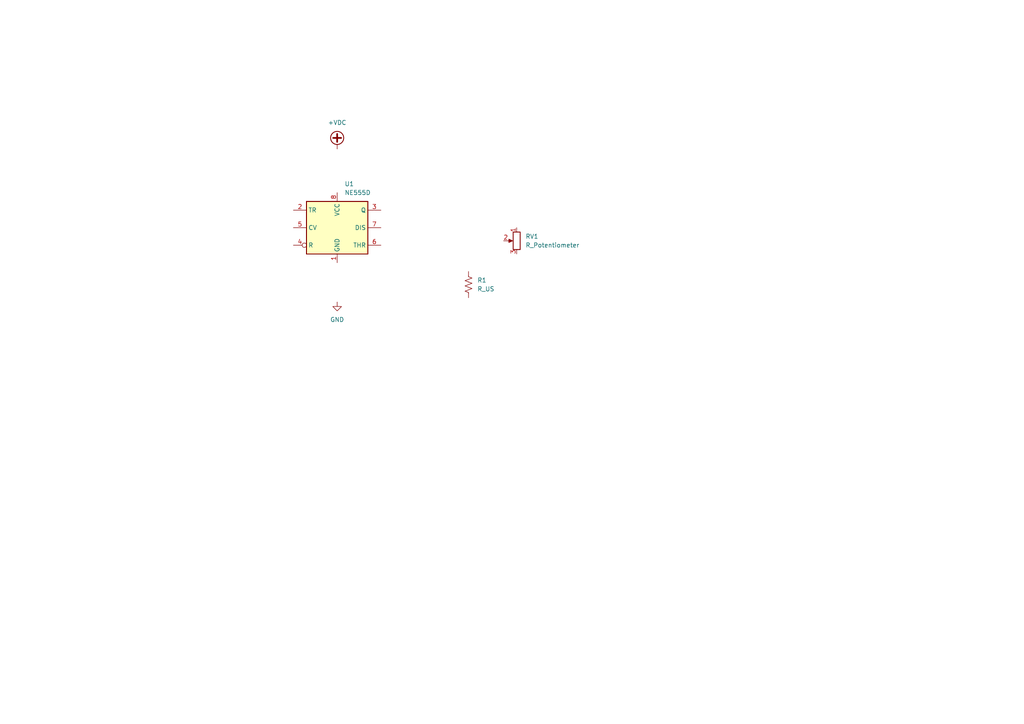
<source format=kicad_sch>
(kicad_sch (version 20250114) (generator "eeschema") (generator_version "9.0")
  (paper "A4")
  (lib_symbols
    (symbol "Device:R_Potentiometer" (pin_names (offset 1.016) (hide yes))
      (property "Reference" "RV" (at -4.445 0 90))
      (property "Value" "R_Potentiometer" (at -2.54 0 90))
      (symbol "R_Potentiometer_0_1"
        (rectangle (start 1.016 2.54) (end -1.016 -2.54) (stroke (width 0.254)))
        (polyline (pts (xy 1.143 0) (xy 2.286 0.508) (xy 2.286 -0.508) (xy 1.143 0)) (fill (type outline)))
        (polyline (pts (xy 2.54 0) (xy 1.524 0)))
      )
      (symbol "R_Potentiometer_1_1"
        (pin passive line (at 0 3.81 270) (length 1.27) (name "1") (number "1"))
        (pin passive line (at 0 -3.81 90) (length 1.27) (name "3") (number "3"))
        (pin passive line (at 3.81 0 180) (length 1.27) (name "2") (number "2"))
      )
    )
    (symbol "Device:R_US" (pin_numbers (hide yes)) (pin_names (offset 0))
      (property "Reference" "R" (at 2.54 0 90))
      (property "Value" "R_US" (at -2.54 0 90))
      (symbol "R_US_0_1"
        (polyline (pts (xy 0 2.286) (xy 0 2.54)))
        (polyline (pts (xy 0 2.286) (xy 1.016 1.905) (xy 0 1.524) (xy -1.016 1.143) (xy 0 0.762)))
        (polyline (pts (xy 0 0.762) (xy 1.016 0.381) (xy 0 0) (xy -1.016 -0.381) (xy 0 -0.762)))
        (polyline (pts (xy 0 -0.762) (xy 1.016 -1.143) (xy 0 -1.524) (xy -1.016 -1.905) (xy 0 -2.286)))
        (polyline (pts (xy 0 -2.286) (xy 0 -2.54)))
      )
      (symbol "R_US_1_1"
        (pin passive line (at 0 3.81 270) (length 1.27) (name "~") (number "1"))
        (pin passive line (at 0 -3.81 90) (length 1.27) (name "~") (number "2"))
      )
    )
    (symbol "Timer:NE555D"
      (property "Reference" "U" (at -10.16 8.89 0))
      (property "Value" "NE555D" (at 2.54 8.89 0))
      (symbol "NE555D_0_0"
        (pin power_in line (at 0 10.16 270) (length 2.54) (name "VCC") (number "8"))
        (pin power_in line (at 0 -10.16 90) (length 2.54) (name "GND") (number "1"))
      )
      (symbol "NE555D_0_1"
        (rectangle (start -8.89 -7.62) (end 8.89 7.62) (stroke (width 0.254)) (fill (type background)))
        (rectangle (start -8.89 -7.62) (end 8.89 7.62) (stroke (width 0.254)) (fill (type background)))
      )
      (symbol "NE555D_1_1"
        (pin input line (at -12.7 5.08 0) (length 3.81) (name "TR") (number "2"))
        (pin input line (at -12.7 0 0) (length 3.81) (name "CV") (number "5"))
        (pin input inverted (at -12.7 -5.08 0) (length 3.81) (name "R") (number "4"))
        (pin output line (at 12.7 5.08 180) (length 3.81) (name "Q") (number "3"))
        (pin input line (at 12.7 0 180) (length 3.81) (name "DIS") (number "7"))
        (pin input line (at 12.7 -5.08 180) (length 3.81) (name "THR") (number "6"))
      )
    )
    (symbol "power:+VDC" (power) (pin_numbers (hide yes)) (pin_names (offset 0) (hide yes))
      (property "Value" "+VDC" (at 0 6.35 0))
      (symbol "+VDC_0_1"
        (polyline (pts (xy -1.143 3.175) (xy 1.143 3.175)) (stroke (width 0.508)))
        (circle (center 0 3.175) (radius 1.905) (stroke (width 0.254)))
        (polyline (pts (xy 0 2.032) (xy 0 4.318)) (stroke (width 0.508)))
        (polyline (pts (xy 0 0) (xy 0 1.27)))
      )
      (symbol "+VDC_1_1"
        (pin power_in line (at 0 0 90) (length 0) (name "~") (number "1"))
      )
    )
    (symbol "power:GND" (power) (pin_numbers (hide yes)) (pin_names (offset 0) (hide yes))
      (property "Value" "GND" (at 0 -3.81 0))
      (symbol "GND_0_1"
        (polyline (pts (xy 0 0) (xy 0 -1.27) (xy 1.27 -1.27) (xy 0 -2.54) (xy -1.27 -1.27) (xy 0 -1.27)))
      )
      (symbol "GND_1_1"
        (pin power_in line (at 0 0 270) (length 0) (name "~") (number "1"))
      )
    )
  )
  (symbol (lib_id "Timer:NE555D") (at 97.79 66.04 0) (unit 1)
    (property "Reference" "U1" (at 99.9333 53.34 0) (effects (justify left)))
    (property "Value" "NE555D" (at 99.9333 55.88 0) (effects (justify left)))
    (property "Footprint" "Package_SO:SOIC-8_3.9x4.9mm_P1.27mm" (effects (hide yes)))
    (property "Datasheet" "http://www.ti.com/lit/ds/symlink/ne555.pdf" (effects (hide yes)))
    (property "Description" "Precision Timers, 555 compatible, SOIC-8" (effects (hide yes)))
  )
  (symbol (lib_id "Device:R_Potentiometer") (at 149.86 69.85 0) (mirror y) (unit 1)
    (property "Reference" "RV1" (at 152.4 68.5799 0) (effects (justify right)))
    (property "Value" "R_Potentiometer" (at 152.4 71.1199 0) (effects (justify right)))
    (property "Description" "Potentiometer" (effects (hide yes)))
  )
  (symbol (lib_id "power:+VDC") (at 97.79 43.18 0) (unit 1)
    (property "Reference" "#PWR02" (effects (hide yes)))
    (property "Value" "+VDC" (at 97.79 35.56 0))
    (property "Description" "Power symbol creates a global label with name \"+VDC\"" (effects (hide yes)))
  )
  (symbol (lib_id "power:GND") (at 97.79 87.63 0) (unit 1)
    (property "Reference" "#PWR01" (effects (hide yes)))
    (property "Value" "GND" (at 97.79 92.71 0))
    (property "Description" "Power symbol creates a global label with name \"GND\" , ground" (effects (hide yes)))
  )
  (symbol (lib_id "Device:R_US") (at 135.89 82.55 0) (unit 1)
    (property "Reference" "R1" (at 138.43 81.2799 0) (effects (justify left)))
    (property "Value" "R_US" (at 138.43 83.8199 0) (effects (justify left)))
    (property "Description" "Resistor, US symbol" (effects (hide yes)))
  )
)
</source>
